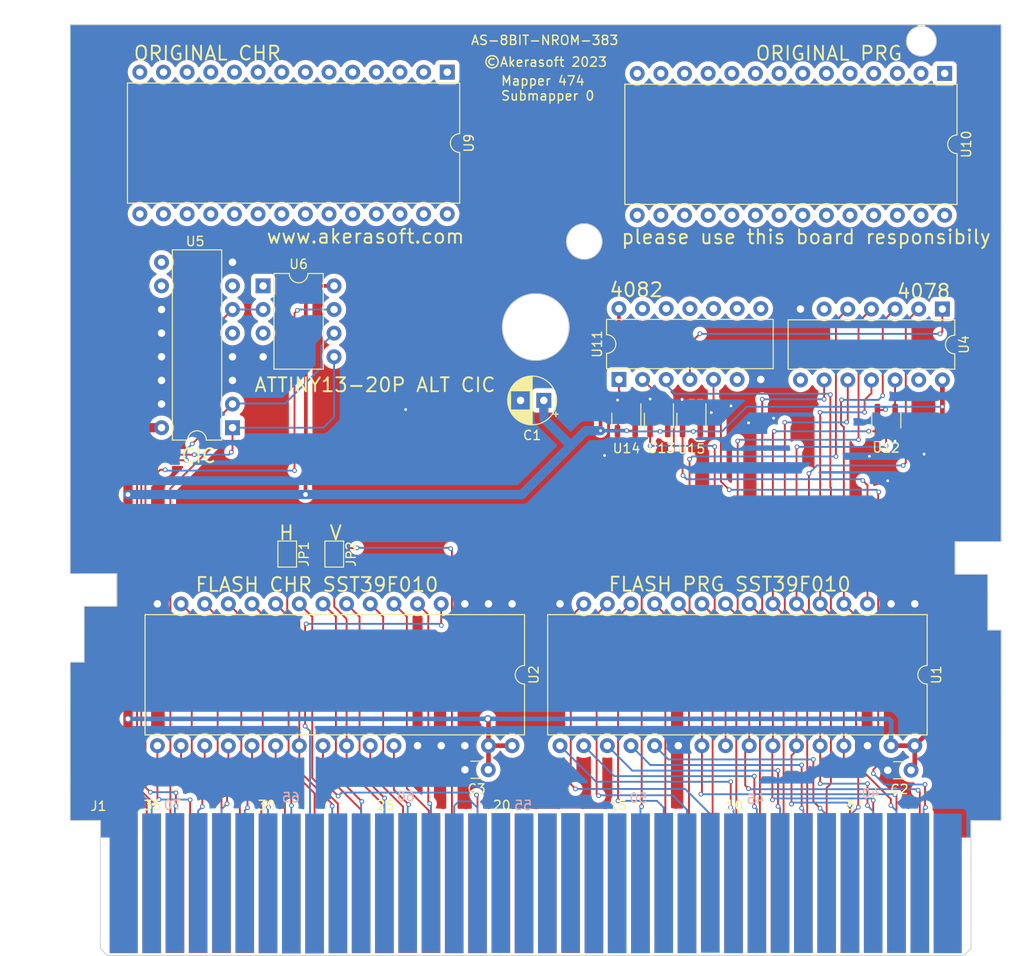
<source format=kicad_pcb>
(kicad_pcb (version 20221018) (generator pcbnew)
  (layers (0 "F.Cu" signal) (31 "B.Cu" signal) (34 "B.Paste" user) (35 "F.Paste" user) (36 "B.SilkS" user "B.Silkscreen") (37 "F.SilkS" user "F.Silkscreen") (38 "B.Mask" user) (39 "F.Mask" user) (44 "Edge.Cuts" user))
  (net 0 "")
  (net 2 "/CIC_CLK")
  (net 4 "GND")
  (net 5 "/CIC_MB")
  (net 6 "/CIC_CART")
  (net 7 "/CIC_RST")
  (net 8 "VCC")
  (net 9 "/PRG_A15")
  (net 10 "/CPU_A12")
  (net 11 "/CPU_A7")
  (net 12 "/CPU_A6")
  (net 13 "/CPU_A5")
  (net 14 "/CPU_A4")
  (net 15 "/CPU_A3")
  (net 16 "/CPU_A2")
  (net 17 "/CPU_A1")
  (net 18 "/CPU_A0")
  (net 19 "/CPU_D0")
  (net 20 "/CPU_D1")
  (net 21 "/CPU_D2")
  (net 22 "/CPU_D3")
  (net 23 "/CPU_D4")
  (net 24 "/CPU_D5")
  (net 25 "/CPU_D6")
  (net 26 "/CPU_D7")
  (net 27 "/CPU_A10")
  (net 28 "/~{OE}")
  (net 29 "/CPU_A11")
  (net 30 "/CPU_A9")
  (net 31 "/CPU_A8")
  (net 32 "/CPU_A13")
  (net 33 "/CPU_A14")
  (net 34 "/PPU_A12")
  (net 35 "/PPU_A7")
  (net 36 "/PPU_A6")
  (net 37 "/PPU_A5")
  (net 38 "/PPU_A4")
  (net 39 "/PPU_A3")
  (net 40 "/PPU_A2")
  (net 41 "/PPU_A1")
  (net 42 "/PPU_A0")
  (net 43 "/PPU_D0")
  (net 44 "/PPU_D1")
  (net 45 "/PPU_D2")
  (net 46 "/PPU_D3")
  (net 47 "/PPU_D4")
  (net 48 "/PPU_D5")
  (net 49 "/PPU_D6")
  (net 50 "/PPU_D7")
  (net 51 "/PPU_A13")
  (net 52 "/PPU_A10")
  (net 53 "/PPU_~{RD}")
  (net 54 "/PPU_A11")
  (net 55 "/PPU_A9")
  (net 56 "/PPU_A8")
  (net 57 "/~{ROMSEL}")
  (net 58 "/CPU_OR_A5_TO_A13")
  (net 59 "/M2")
  (net 60 "/CPU_A5_OR_A6")
  (net 63 "/CIC_RESET")
  (net 66 "/CPU_R~{W}")
  (net 73 "/CIRAM_A10")
  (net 81 "Net-(J1-CIRAM_~{CE})")
  (net 138 "/ALTOE")
  (net 139 "/~{ALTOE}")
  (footprint "Capacitor_THT:C_Disc_D3.0mm_W1.6mm_P2.50mm" (layer "F.Cu") (at 142.85 127.77 180)
    (fp_text reference "C2")
    (fp_text value "0.1uF")
  )
  (footprint "Package_DIP:DIP-32_W15.24mm" (layer "F.Cu") (at 100.0067 109.89 -90)
    (fp_text reference "U2")
    (fp_text value "SST39SF010")
  )
  (footprint "Library:NES72PinEdgeConnector2" (layer "F.Cu") (at 55.5866 132.1286)
    (fp_text reference "J1")
    (fp_text value "NES72PinConnector")
    (fp_line (start -3.0508 1.0467) (end 0.2002 1.0431) (stroke (width 0.1)) (layer "Edge.Cuts"))
    (fp_line (start 0.1881 14.7894) (end 0.2002 1.0431) (stroke (width 0.1)) (layer "Edge.Cuts"))
    (fp_line (start 0.1881 14.7894) (end 0.9501 15.5514) (stroke (width 0.1)) (layer "Edge.Cuts"))
    (fp_line (start 0.9501 15.5514) (end 92.9485 15.5454) (stroke (width 0.1)) (layer "Edge.Cuts"))
    (fp_line (start 92.9485 15.5454) (end 93.6994 14.7954) (stroke (width 0.1)) (layer "Edge.Cuts"))
    (fp_line (start 93.698 1.0453) (end 93.6994 14.7954) (stroke (width 0.1)) (layer "Edge.Cuts"))
    (fp_line (start 93.698 1.0453) (end 96.9497 1.0453) (stroke (width 0.1)) (layer "Edge.Cuts"))
  )
  (footprint "Jumper:SolderJumper-2_P1.3mm_Open_Pad1.0x1.5mm" (layer "F.Cu") (at 80.9 104.54 -90)
    (fp_text reference "JP2")
    (fp_text value "V")
  )
  (footprint "Package_TO_SOT_SMD:SOT-23-5" (layer "F.Cu") (at 115.77 90.19 -90)
    (fp_text reference "U13")
    (fp_text value "74AHC1G32")
  )
  (footprint "Package_DIP:DIP-16_W7.62mm" (layer "F.Cu") (at 69.97 90.96 180)
    (fp_text reference "U5")
    (fp_text value "~")
  )
  (footprint "Capacitor_THT:CP_Radial_D5.0mm_P2.50mm" (layer "F.Cu") (at 103.405113 88.03 180)
    (fp_text reference "C1")
    (fp_text value "22uF ELECTROLITIC")
  )
  (footprint "Package_DIP:DIP-32_W15.24mm" (layer "F.Cu") (at 143.25 109.89 -90)
    (fp_text reference "U1")
    (fp_text value "SST39SF010")
  )
  (footprint "Package_DIP:DIP-14_W7.62mm" (layer "F.Cu") (at 146.215 78.21 -90)
    (fp_text reference "U4")
    (fp_text value "4078")
  )
  (footprint "Package_TO_SOT_SMD:SOT-23-5" (layer "F.Cu") (at 140.19 90.19 90)
    (fp_text reference "U12")
    (fp_text value "74AHC1G32")
  )
  (footprint "Capacitor_THT:C_Disc_D3.0mm_W1.6mm_P2.50mm" (layer "F.Cu") (at 97.44 127.72 180)
    (fp_text reference "C3")
    (fp_text value "0.1uF")
  )
  (footprint "Package_TO_SOT_SMD:SOT-23-5" (layer "F.Cu") (at 119.26 90.19 -90)
    (fp_text reference "U15")
    (fp_text value "74AHC1G04")
  )
  (footprint "Package_DIP:DIP-28_W15.24mm" (layer "F.Cu") (at 146.46 52.885 -90)
    (fp_text reference "U10")
    (fp_text value "MROM")
  )
  (footprint "Package_TO_SOT_SMD:SOT-23-5" (layer "F.Cu") (at 112.27 90.19 -90)
    (fp_text reference "U14")
    (fp_text value "74AHC1G04")
  )
  (footprint "Package_DIP:DIP-8_W7.62mm" (layer "F.Cu") (at 73.26 75.72)
    (fp_text reference "U6")
    (fp_text value "ATtiny13-20P")
  )
  (footprint "Jumper:SolderJumper-2_P1.3mm_Open_Pad1.0x1.5mm" (layer "F.Cu") (at 75.85 104.54 -90)
    (fp_text reference "JP1")
    (fp_text value "H")
  )
  (footprint "Package_DIP:DIP-28_W15.24mm" (layer "F.Cu") (at 93.04 52.755 -90)
    (fp_text reference "U9")
    (fp_text value "MROM")
  )
  (footprint "Package_DIP:DIP-14_W7.62mm" (layer "F.Cu") (at 111.475 85.78 90)
    (fp_text reference "U11")
    (fp_text value "4082")
  )
  (gr_line (start 152.5368 47.6449) (end 152.536 103.2051) (stroke (width 0.1)) (layer "Edge.Cuts"))
  (gr_line (start 57.5387 106.6459) (end 57.5388 110.1471) (stroke (width 0.1)) (layer "Edge.Cuts"))
  (gr_line (start 147.5821 103.2051) (end 152.536 103.2051) (stroke (width 0.1)) (layer "Edge.Cuts"))
  (gr_line (start 151.0836 112.7024) (end 152.5386 112.6997) (stroke (width 0.1)) (layer "Edge.Cuts"))
  (gr_line (start 147.5836 106.7034) (end 147.5821 103.2051) (stroke (width 0.1)) (layer "Edge.Cuts"))
  (gr_line (start 52.5376 47.6447) (end 152.5368 47.6449) (stroke (width 0.1)) (layer "Edge.Cuts"))
  (gr_circle (center 143.9597 49.419) (end 145.5613 49.419) (stroke (width 0.1)) (fill none) (layer "Edge.Cuts"))
  (gr_line (start 152.5363 133.1739) (end 152.5388 119.6494) (stroke (width 0.1)) (layer "Edge.Cuts"))
  (gr_line (start 152.5388 119.6494) (end 152.5386 112.6997) (stroke (width 0.1)) (layer "Edge.Cuts"))
  (gr_line (start 52.538 116.1433) (end 54.0388 116.146) (stroke (width 0.1)) (layer "Edge.Cuts"))
  (gr_line (start 54.0396 110.1462) (end 57.5388 110.1471) (stroke (width 0.1)) (layer "Edge.Cuts"))
  (gr_circle (center 107.7494 70.9483) (end 109.6544 70.9483) (stroke (width 0.1)) (fill none) (layer "Edge.Cuts"))
  (gr_line (start 54.0388 116.146) (end 54.0396 110.1462) (stroke (width 0.1)) (layer "Edge.Cuts"))
  (gr_circle (center 102.5366 80.1402) (end 106.1137 80.1402) (stroke (width 0.1)) (fill none) (layer "Edge.Cuts"))
  (gr_line (start 147.5836 106.7034) (end 151.0828 106.7025) (stroke (width 0.1)) (layer "Edge.Cuts"))
  (gr_line (start 52.5376 47.6447) (end 52.5391 106.6486) (stroke (width 0.1)) (layer "Edge.Cuts"))
  (gr_line (start 151.0828 106.7025) (end 151.0836 112.7024) (stroke (width 0.1)) (layer "Edge.Cuts"))
  (gr_line (start 52.5391 106.6486) (end 57.5387 106.6459) (stroke (width 0.1)) (layer "Edge.Cuts"))
  (gr_line (start 52.5358 133.1753) (end 52.538 116.1433) (stroke (width 0.1)) (layer "Edge.Cuts"))
  (gr_text "ORIGINAL CHR" (at 59.25 51.6) (layer "F.SilkS") (effects (font (size 1.5 1.5) (thickness 0.2)) (justify left bottom)))
  (gr_text "©Akerasoft 2023" (at 96.894474 52.2478) (layer "F.SilkS") (effects (font (size 1 1)) (justify left bottom)))
  (gr_text "CIC" (at 64.34 94.86) (layer "F.SilkS") (effects (font (size 1.5 1.5) (thickness 0.2)) (justify left bottom)))
  (gr_text "ORIGINAL PRG" (at 126.04 51.61) (layer "F.SilkS") (effects (font (size 1.5 1.5) (thickness 0.2)) (justify left bottom)))
  (gr_text "please use this board responsibily" (at 111.63 71.34) (layer "F.SilkS") (effects (font (size 1.5 1.5) (thickness 0.2)) (justify left bottom)))
  (gr_text "FLASH PRG SST39F010 " (at 110.24 108.66) (layer "F.SilkS") (effects (font (size 1.5 1.5) (thickness 0.2)) (justify left bottom)))
  (gr_text "AS-8BIT-NROM-383" (at 95.504 49.911) (layer "F.SilkS") (effects (font (size 1 1)) (justify left bottom)))
  (gr_text "ATTINY13-20P ALT CIC" (at 72.21 87.24) (layer "F.SilkS") (effects (font (size 1.5 1.5) (thickness 0.2)) (justify left bottom)))
  (gr_text "4082" (at 110.35 77.02) (layer "F.SilkS") (effects (font (size 1.5 1.5) (thickness 0.2)) (justify left bottom)))
  (gr_text "V" (at 80.29 103.14) (layer "F.SilkS") (effects (font (size 1.5 1.5) (thickness 0.2)) (justify left bottom)))
  (gr_text "FLASH CHR SST39F010 " (at 65.88 108.7) (layer "F.SilkS") (effects (font (size 1.5 1.5) (thickness 0.2)) (justify left bottom)))
  (gr_text "www.akerasoft.com" (at 73.52 71.28) (layer "F.SilkS") (effects (font (size 1.5 1.5) (thickness 0.2)) (justify left bottom)))
  (gr_text "Mapper 474\nSubmapper 0" (at 98.7298 55.88) (layer "F.SilkS") (effects (font (size 1 1)) (justify left bottom)))
  (gr_text "H" (at 74.85 103.14) (layer "F.SilkS") (effects (font (size 1.5 1.5) (thickness 0.2)) (justify left bottom)))
  (gr_text "4078" (at 141.21 77.18) (layer "F.SilkS") (effects (font (size 1.5 1.5) (thickness 0.2)) (justify left bottom)))
  (segment (start 61.41 131.233604) (end 60.228198 130.051802) (width 0.2) (layer "F.Cu") (net 2))
  (segment (start 60.17 129.993604) (end 60.17 96.866396) (width 0.2) (layer "F.Cu") (net 2))
  (segment (start 67.12 91.23) (end 65.65 92.7) (width 0.2) (layer "F.Cu") (net 2))
  (segment (start 60.17 96.866396) (end 62.576896 94.4595) (width 0.2) (layer "F.Cu") (net 2))
  (segment (start 62.576896 94.4595) (end 65.02 94.4595) (width 0.2) (layer "F.Cu") (net 2))
  (segment (start 60.228198 130.051802) (end 60.17 129.993604) (width 0.2) (layer "F.Cu") (net 2))
  (segment (start 69.97 78.26) (end 67.12 81.11) (width 0.2) (layer "F.Cu") (net 2))
  (segment (start 67.12 81.11) (end 67.12 91.23) (width 0.2) (layer "F.Cu") (net 2))
  (segment (start 61.41 131.44) (end 61.41 131.233604) (width 0.2) (layer "F.Cu") (net 2))
  (via (at 65.02 94.4595) (size 0.5) (drill 0.3) (layers "F.Cu" "B.Cu") (net 2))
  (via (at 65.65 92.7) (size 0.5) (drill 0.3) (layers "F.Cu" "B.Cu") (net 2))
  (via (at 61.41 131.44) (size 0.5) (drill 0.3) (layers "F.Cu" "B.Cu") (net 2))
  (segment (start 65.02 94.4595) (end 65.02 93.33) (width 0.2) (layer "B.Cu") (net 2))
  (segment (start 69.97 78.26) (end 73.26 78.26) (width 0.2) (layer "B.Cu") (net 2))
  (segment (start 65.02 93.33) (end 65.65 92.7) (width 0.2) (layer "B.Cu") (net 2))
  (segment (start 61.2866 139.9036) (end 61.2866 131.5634) (width 0.2) (layer "B.Cu") (net 2))
  (segment (start 61.2866 131.5634) (end 61.41 131.44) (width 0.2) (layer "B.Cu") (net 2))
  (segment (start 111.32 89.0525) (end 111.32 88) (width 0.2) (layer "F.Cu") (net 4))
  (segment (start 118.31 87.98) (end 118.26 87.93) (width 0.2) (layer "F.Cu") (net 4))
  (segment (start 114.82 89.0525) (end 114.82 87.89) (width 0.2) (layer "F.Cu") (net 4))
  (segment (start 118.31 89.0525) (end 118.31 87.98) (width 0.2) (layer "F.Cu") (net 4))
  (segment (start 141.14 91.3275) (end 141.14 92.39) (width 0.2) (layer "F.Cu") (net 4))
  (segment (start 141.14 92.39) (end 141.13 92.4) (width 0.2) (layer "F.Cu") (net 4))
  (segment (start 114.82 87.89) (end 114.83 87.88) (width 0.2) (layer "F.Cu") (net 4))
  (segment (start 111.32 88) (end 111.33 87.99) (width 0.2) (layer "F.Cu") (net 4))
  (via (at 141.13 92.4) (size 0.5) (drill 0.3) (layers "F.Cu" "B.Cu") (net 4))
  (via (at 121.4 89.34) (size 0.5) (drill 0.3) (layers "F.Cu" "B.Cu") (net 4))
  (via (at 144.25 93.8) (size 0.5) (drill 0.3) (layers "F.Cu" "B.Cu") (net 4))
  (via (at 118.26 87.93) (size 0.5) (drill 0.3) (layers "F.Cu" "B.Cu") (net 4))
  (via (at 128.09 89.94) (size 0.5) (drill 0.3) (layers "F.Cu" "B.Cu") (net 4))
  (via (at 125.4 90.44) (size 0.5) (drill 0.3) (layers "F.Cu" "B.Cu") (net 4))
  (via (at 88.57 89.01) (size 0.5) (drill 0.3) (layers "F.Cu" "B.Cu") (net 4))
  (via (at 138.38 94.03) (size 0.5) (drill 0.3) (layers "F.Cu" "B.Cu") (net 4))
  (via (at 111.33 87.99) (size 0.5) (drill 0.3) (layers "F.Cu" "B.Cu") (net 4))
  (via (at 123.51 88.62) (size 0.5) (drill 0.3) (layers "F.Cu" "B.Cu") (net 4))
  (via (at 140.35 96.67) (size 0.5) (drill 0.3) (layers "F.Cu" "B.Cu") (net 4))
  (via (at 109.93 93.95) (size 0.5) (drill 0.3) (layers "F.Cu" "B.Cu") (net 4))
  (via (at 114.83 87.88) (size 0.5) (drill 0.3) (layers "F.Cu" "B.Cu") (net 4))
  (segment (start 73.74 83.42) (end 69.97 83.42) (width 0.2) (layer "B.Cu") (net 4))
  (segment (start 69.97 93.46) (end 69.97 90.96) (width 0.2) (layer "F.Cu") (net 5))
  (segment (start 69.84 93.59) (end 69.97 93.46) (width 0.2) (layer "F.Cu") (net 5))
  (segment (start 60.7567 139.3987) (end 60.7567 131.2167) (width 0.2) (layer "F.Cu") (net 5))
  (segment (start 59.72 130.18) (end 59.72 96.68) (width 0.2) (layer "F.Cu") (net 5))
  (segment (start 60.7567 131.2167) (end 59.72 130.18) (width 0.2) (layer "F.Cu") (net 5))
  (segment (start 62.54 93.86) (end 65.87 93.86) (width 0.2) (layer "F.Cu") (net 5))
  (segment (start 59.72 96.68) (end 62.54 93.86) (width 0.2) (layer "F.Cu") (net 5))
  (via (at 69.84 93.59) (size 0.5) (drill 0.3) (layers "F.Cu" "B.Cu") (net 5))
  (via (at 65.87 93.86) (size 0.5) (drill 0.3) (layers "F.Cu" "B.Cu") (net 5))
  (segment (start 69.57 93.86) (end 69.84 93.59) (width 0.2) (layer "B.Cu") (net 5))
  (segment (start 80.88 89.82) (end 79.74 90.96) (width 0.2) (layer "B.Cu") (net 5))
  (segment (start 80.88 83.34) (end 80.88 89.82) (width 0.2) (layer "B.Cu") (net 5))
  (segment (start 79.74 90.96) (end 69.97 90.96) (width 0.2) (layer "B.Cu") (net 5))
  (segment (start 65.87 93.86) (end 69.57 93.86) (width 0.2) (layer "B.Cu") (net 5))
  (segment (start 63.2967 139.4137) (end 63.2967 97.5033) (width 0.2) (layer "F.Cu") (net 6))
  (segment (start 68.26 92.54) (end 68.26 90.13) (width 0.2) (layer "F.Cu") (net 6))
  (segment (start 68.26 90.13) (end 69.97 88.42) (width 0.2) (layer "F.Cu") (net 6))
  (segment (start 63.2967 97.5033) (end 68.26 92.54) (width 0.2) (layer "F.Cu") (net 6))
  (segment (start 80.88 80.8) (end 79.51 82.17) (width 0.2) (layer "B.Cu") (net 6))
  (segment (start 70.03 88.36) (end 75.62 88.36) (width 0.2) (layer "B.Cu") (net 6))
  (segment (start 79.51 82.17) (end 79.51 84.47) (width 0.2) (layer "B.Cu") (net 6))
  (segment (start 79.51 84.47) (end 75.62 88.36) (width 0.2) (layer "B.Cu") (net 6))
  (segment (start 76.63 95.57) (end 76.63 78.66) (width 0.2) (layer "F.Cu") (net 7))
  (segment (start 60.62 97.07) (end 60.62 129.595782) (width 0.2) (layer "F.Cu") (net 7))
  (segment (start 76.63 78.66) (end 76.94 78.35) (width 0.2) (layer "F.Cu") (net 7))
  (segment (start 62.73 95.48) (end 62.21 95.48) (width 0.2) (layer "F.Cu") (net 7))
  (segment (start 63.8962 130.21) (end 63.8962 131.63) (width 0.2) (layer "F.Cu") (net 7))
  (segment (start 60.62 129.595782) (end 61.152109 130.127891) (width 0.2) (layer "F.Cu") (net 7))
  (segment (start 62.21 95.48) (end 60.62 97.07) (width 0.2) (layer "F.Cu") (net 7))
  (via (at 62.73 95.48) (size 0.5) (drill 0.3) (layers "F.Cu" "B.Cu") (net 7))
  (via (at 63.8962 131.63) (size 0.5) (drill 0.3) (layers "F.Cu" "B.Cu") (net 7))
  (via (at 63.8962 130.21) (size 0.5) (drill 0.3) (layers "F.Cu" "B.Cu") (net 7))
  (via (at 76.94 78.35) (size 0.5) (drill 0.3) (layers "F.Cu" "B.Cu") (net 7))
  (via (at 76.63 95.57) (size 0.5) (drill 0.3) (layers "F.Cu" "B.Cu") (net 7))
  (via (at 61.152109 130.127891) (size 0.5) (drill 0.3) (layers "F.Cu" "B.Cu") (net 7))
  (segment (start 61.152109 130.127891) (end 63.814091 130.127891) (width 0.2) (layer "B.Cu") (net 7))
  (segment (start 77.03 78.26) (end 80.88 78.26) (width 0.2) (layer "B.Cu") (net 7))
  (segment (start 76.94 78.35) (end 77.03 78.26) (width 0.2) (layer "B.Cu") (net 7))
  (segment (start 62.82 95.57) (end 62.73 95.48) (width 0.2) (layer "B.Cu") (net 7))
  (segment (start 76.63 95.57) (end 62.82 95.57) (width 0.2) (layer "B.Cu") (net 7))
  (segment (start 63.7866 139.8786) (end 63.7866 131.7396) (width 0.2) (layer "B.Cu") (net 7))
  (segment (start 63.814091 130.127891) (end 63.8962 130.21) (width 0.2) (layer "B.Cu") (net 7))
  (segment (start 63.7866 131.7396) (end 63.8962 131.63) (width 0.2) (layer "B.Cu") (net 7))
  (segment (start 58.75 98.14) (end 58.75 122.25) (width 1) (layer "F.Cu") (net 8))
  (segment (start 58.75 122.25) (end 58.75 128.89) (width 1) (layer "F.Cu") (net 8))
  (segment (start 146.215 86.7) (end 146.215 122.165) (width 0.5) (layer "F.Cu") (net 8))
  (segment (start 140.71 125.13) (end 143.25 125.13) (width 0.5) (layer "F.Cu") (net 8))
  (segment (start 58.2866 129.3534) (end 58.2866 139.9286) (width 1) (layer "F.Cu") (net 8))
  (segment (start 115.9425 91.3275) (end 115.91 91.36) (width 0.2) (layer "F.Cu") (net 8))
  (segment (start 60.3 90.96) (end 58.75 92.51) (width 1) (layer "F.Cu") (net 8))
  (segment (start 146.215 85.83) (end 146.215 88.7) (width 0.5) (layer "F.Cu") (net 8))
  (segment (start 78.98 75.72) (end 77.81 76.89) (width 0.4) (layer "F.Cu") (net 8))
  (segment (start 77.85 96.1) (end 77.81 96.14) (width 0.4) (layer "F.Cu") (net 8))
  (segment (start 58.75 128.89) (end 58.2866 129.3534) (width 1) (layer "F.Cu") (net 8))
  (segment (start 109.5 82.74) (end 111.475 80.765) (width 0.4) (layer "F.Cu") (net 8))
  (segment (start 140.0675 89.0525) (end 140.11 89.01) (width 0.2) (layer "F.Cu") (net 8))
  (segment (start 97.4667 125.13) (end 97.4667 127.6933) (width 0.5) (layer "F.Cu") (net 8))
  (segment (start 109.5 91.28) (end 109.5 82.74) (width 0.4) (layer "F.Cu") (net 8))
  (segment (start 143.25 127.37) (end 142.85 127.77) (width 0.5) (layer "F.Cu") (net 8))
  (segment (start 119.5025 91.3275) (end 119.47 91.36) (width 0.2) (layer "F.Cu") (net 8))
  (segment (start 97.4667 122.3267) (end 97.39 122.25) (width 0.5) (layer "F.Cu") (net 8))
  (segment (start 77.81 96.14) (end 77.81 98.14) (width 0.4) (layer "F.Cu") (net 8))
  (segment (start 120.21 91.3275) (end 119.5025 91.3275) (width 0.2) (layer "F.Cu") (net 8))
  (segment (start 111.475 80.765) (end 111.475 78.16) (width 0.4) (layer "F.Cu") (net 8))
  (segment (start 143.25 125.13) (end 143.25 127.37) (width 0.5) (layer "F.Cu") (net 8))
  (segment (start 112.31 91.28) (end 113.1725 91.28) (width 0.2) (layer "F.Cu") (net 8))
  (segment (start 77.85 76.93) (end 77.85 96.1) (width 0.4) (layer "F.Cu") (net 8))
  (segment (start 100.0067 125.13) (end 97.4667 125.13) (width 0.5) (layer "F.Cu") (net 8))
  (segment (start 62.35 90.96) (end 60.3 90.96) (width 1) (layer "F.Cu") (net 8))
  (segment (start 80.88 75.72) (end 78.98 75.72) (width 0.4) (layer "F.Cu") (net 8))
  (segment (start 146.215 122.165) (end 143.25 125.13) (width 0.5) (layer "F.Cu") (net 8))
  (segment (start 58.75 92.51) (end 58.75 98.14) (width 1) (layer "F.Cu") (net 8))
  (segment (start 139.24 89.0525) (end 140.0675 89.0525) (width 0.2) (layer "F.Cu") (net 8))
  (segment (start 77.81 76.89) (end 77.85 76.93) (width 0.4) (layer "F.Cu") (net 8))
  (segment (start 97.4667 125.13) (end 97.4667 122.3267) (width 0.5) (layer "F.Cu") (net 8))
  (segment (start 116.72 91.3275) (end 115.9425 91.3275) (width 0.2) (layer "F.Cu") (net 8))
  (via (at 77.81 98.14) (size 0.8) (drill 0.5) (layers "F.Cu" "B.Cu") (net 8))
  (via (at 58.75 98.14) (size 0.8) (drill 0.5) (layers "F.Cu" "B.Cu") (net 8))
  (via (at 115.91 91.36) (size 0.5) (drill 0.3) (layers "F.Cu" "B.Cu") (net 8))
  (via (at 119.47 91.36) (size 0.5) (drill 0.3) (layers "F.Cu" "B.Cu") (net 8))
  (via (at 146.215 88.7) (size 0.5) (drill 0.3) (layers "F.Cu" "B.Cu") (net 8))
  (via (at 58.75 122.25) (size 0.8) (drill 0.5) (layers "F.Cu" "B.Cu") (net 8))
  (via (at 112.31 91.28) (size 0.5) (drill 0.3) (layers "F.Cu" "B.Cu") (net 8))
  (via (at 97.39 122.25) (size 0.8) (drill 0.5) (layers "F.Cu" "B.Cu") (net 8))
  (via (at 140.11 89.01) (size 0.5) (drill 0.3) (layers "F.Cu" "B.Cu") (net 8))
  (via (at 109.5 91.28) (size 0.5) (drill 0.3) (layers "F.Cu" "B.Cu") (net 8))
  (segment (start 140.71 122.48) (end 140.71 125.13) (width 0.5) (layer "B.Cu") (net 8))
  (segment (start 115.91 91.36) (end 119.47 91.36) (width 0.2) (layer "B.Cu") (net 8))
  (segment (start 140.48 122.25) (end 140.71 122.48) (width 0.5) (layer "B.Cu") (net 8))
  (segment (start 103.405113 88.03) (end 103.405113 89.975113) (width 1) (layer "B.Cu") (net 8))
  (segment (start 139.7 88.71) (end 146.205 88.71) (width 0.2) (layer "B.Cu") (net 8))
  (segment (start 112.39 91.36) (end 112.31 91.28) (width 0.2) (layer "B.Cu") (net 8))
  (segment (start 115.91 91.36) (end 112.39 91.36) (width 0.2) (layer "B.Cu") (net 8))
  (segment (start 107.9 91.28) (end 106.305 92.875) (width 1) (layer "B.Cu") (net 8))
  (segment (start 125.2 88.71) (end 139.7 88.71) (width 0.2) (layer "B.Cu") (net 8))
  (segment (start 77.81 98.14) (end 58.75 98.14) (width 1) (layer "B.Cu") (net 8))
  (segment (start 103.405113 89.975113) (end 106.305 92.875) (width 1) (layer "B.Cu") (net 8))
  (segment (start 146.205 88.71) (end 146.215 88.7) (width 0.2) (layer "B.Cu") (net 8))
  (segment (start 109.5 91.28) (end 112.31 91.28) (width 0.4) (layer "B.Cu") (net 8))
  (segment (start 122.55 91.36) (end 125.2 88.71) (width 0.2) (layer "B.Cu") (net 8))
  (segment (start 101.04 98.14) (end 77.81 98.14) (width 1) (layer "B.Cu") (net 8))
  (segment (start 97.39 122.25) (end 58.75 122.25) (width 0.5) (layer "B.Cu") (net 8))
  (segment (start 109.5 91.28) (end 107.9 91.28) (width 1) (layer "B.Cu") (net 8))
  (segment (start 139.7 88.71) (end 139.81 88.71) (width 0.2) (layer "B.Cu") (net 8))
  (segment (start 106.305 92.875) (end 101.04 98.14) (width 1) (layer "B.Cu") (net 8))
  (segment (start 97.39 122.25) (end 140.48 122.25) (width 0.5) (layer "B.Cu") (net 8))
  (segment (start 119.47 91.36) (end 122.55 91.36) (width 0.2) (layer "B.Cu") (net 8))
  (segment (start 139.81 88.71) (end 140.11 89.01) (width 0.2) (layer "B.Cu") (net 8))
  (segment (start 118.31 91.3275) (end 118.31 96.05) (width 0.2) (layer "F.Cu") (net 9))
  (segment (start 138.17 97.14) (end 138.17 109.89) (width 0.2) (layer "F.Cu") (net 9))
  (segment (start 137.67 96.64) (end 138.17 97.14) (width 0.2) (layer "F.Cu") (net 9))
  (segment (start 118.31 96.05) (end 118.36 96.1) (width 0.2) (layer "F.Cu") (net 9))
  (via (at 118.36 96.1) (size 0.5) (drill 0.3) (layers "F.Cu" "B.Cu") (net 9))
  (via (at 137.67 96.64) (size 0.5) (drill 0.3) (layers "F.Cu" "B.Cu") (net 9))
  (segment (start 118.76 96.5) (end 137.53 96.5) (width 0.2) (layer "B.Cu") (net 9))
  (segment (start 137.53 96.5) (end 137.67 96.64) (width 0.2) (layer "B.Cu") (net 9))
  (segment (start 118.36 96.1) (end 118.76 96.5) (width 0.2) (layer "B.Cu") (net 9))
  (segment (start 136.94 111.2) (end 135.63 109.89) (width 0.2) (layer "F.Cu") (net 10))
  (segment (start 135.63 90.908529) (end 135.33 90.608529) (width 0.2) (layer "F.Cu") (net 10))
  (segment (start 140.6871 131.55) (end 140.6871 130.879071) (width 0.2) (layer "F.Cu") (net 10))
  (segment (start 135.33 88.03) (end 135.39 87.97) (width 0.2) (layer "F.Cu") (net 10))
  (segment (start 136.94 127.131971) (end 136.94 111.2) (width 0.2) (layer "F.Cu") (net 10))
  (segment (start 139.81 87.51) (end 139.81 79.535) (width 0.2) (layer "F.Cu") (net 10))
  (segment (start 139.81 79.535) (end 141.135 78.21) (width 0.2) (layer "F.Cu") (net 10))
  (segment (start 135.33 90.608529) (end 135.33 88.03) (width 0.2) (layer "F.Cu") (net 10))
  (segment (start 135.63 90.908529) (end 135.63 109.89) (width 0.2) (layer "F.Cu") (net 10))
  (segment (start 140.6871 130.879071) (end 136.94 127.131971) (width 0.2) (layer "F.Cu") (net 10))
  (via (at 139.81 87.51) (size 0.5) (drill 0.3) (layers "F.Cu" "B.Cu") (net 10))
  (via (at 135.39 87.97) (size 0.5) (drill 0.3) (layers "F.Cu" "B.Cu") (net 10))
  (via (at 140.6871 131.55) (size 0.5) (drill 0.3) (layers "F.Cu" "B.Cu") (net 10))
  (segment (start 141.2866 132.1495) (end 140.6871 131.55) (width 0.2) (layer "B.Cu") (net 10))
  (segment (start 135.39 87.97) (end 139.35 87.97) (width 0.2) (layer "B.Cu") (net 10))
  (segment (start 139.35 87.97) (end 139.81 87.51) (width 0.2) (layer "B.Cu") (net 10))
  (segment (start 141.2866 139.9036) (end 141.2866 132.1495) (width 0.2) (layer "B.Cu") (net 10))
  (segment (start 137.86 87.99) (end 137.86 89.31) (width 0.2) (layer "F.Cu") (net 11))
  (segment (start 138.595 85.83) (end 138.595 87.255) (width 0.2) (layer "F.Cu") (net 11))
  (segment (start 133.08 89.31) (end 133.09 89.32) (width 0.2) (layer "F.Cu") (net 11))
  (segment (start 134.24 111.04) (end 134.24 129.2) (width 0.2) (layer "F.Cu") (net 11))
  (segment (start 133.09 89.32) (end 133.09 109.89) (width 0.2) (layer "F.Cu") (net 11))
  (segment (start 134.24 129.2) (end 133.7866 129.6534) (width 0.2) (layer "F.Cu") (net 11))
  (segment (start 137.86 87.99) (end 138.595 87.255) (width 0.2) (layer "F.Cu") (net 11))
  (segment (start 134.24 111.04) (end 133.09 109.89) (width 0.2) (layer "F.Cu") (net 11))
  (segment (start 133.7866 129.6534) (end 133.7866 139.8786) (width 0.2) (layer "F.Cu") (net 11))
  (via (at 137.86 89.31) (size 0.5) (drill 0.3) (layers "F.Cu" "B.Cu") (net 11))
  (via (at 133.08 89.31) (size 0.5) (drill 0.3) (layers "F.Cu" "B.Cu") (net 11))
  (segment (start 137.86 89.31) (end 133.08 89.31) (width 0.2) (layer "B.Cu") (net 11))
  (segment (start 130.55 109.89) (end 131.7 111.04) (width 0.2) (layer "F.Cu") (net 12))
  (segment (start 130.55 93.07) (end 130.55 109.89) (width 0.2) (layer "F.Cu") (net 12))
  (segment (start 130.6 93.02) (end 130.55 93.07) (width 0.2) (layer "F.Cu") (net 12))
  (segment (start 131.7 111.04) (end 131.7 139.4652) (width 0.2) (layer "F.Cu") (net 12))
  (segment (start 140.17 92.91) (end 140.17 91.3475) (width 0.2) (layer "F.Cu") (net 12))
  (via (at 140.17 92.91) (size 0.5) (drill 0.3) (layers "F.Cu" "B.Cu") (net 12))
  (via (at 130.6 93.02) (size 0.5) (drill 0.3) (layers "F.Cu" "B.Cu") (net 12))
  (segment (start 140.06 93.02) (end 140.17 92.91) (width 0.2) (layer "B.Cu") (net 12))
  (segment (start 130.6 93.02) (end 140.06 93.02) (width 0.2) (layer "B.Cu") (net 12))
  (segment (start 129.16 111.04) (end 129.16 139.5052) (width 0.2) (layer "F.Cu") (net 13))
  (segment (start 128.01 109.89) (end 129.16 111.04) (width 0.2) (layer "F.Cu") (net 13))
  (segment (start 128.01 91.5) (end 128.01 109.89) (width 0.2) (layer "F.Cu") (net 13))
  (segment (start 138.3 91.34) (end 139.2275 91.34) (width 0.2) (layer "F.Cu") (net 13))
  (segment (start 128.16 91.35) (end 128.01 91.5) (width 0.2) (layer "F.Cu") (net 13))
  (via (at 138.3 91.34) (size 0.5) (drill 0.3) (layers "F.Cu" "B.Cu") (net 13))
  (via (at 128.16 91.35) (size 0.5) (drill 0.3) (layers "F.Cu" "B.Cu") (net 13))
  (segment (start 128.16 91.35) (end 138.29 91.35) (width 0.2) (layer "B.Cu") (net 13))
  (segment (start 138.29 91.35) (end 138.3 91.34) (width 0.2) (layer "B.Cu") (net 13))
  (segment (start 126.62 111.04) (end 126.62 139.5452) (width 0.2) (layer "F.Cu") (net 14))
  (segment (start 125.47 109.89) (end 126.62 111.04) (width 0.2) (layer "F.Cu") (net 14))
  (segment (start 122.93 109.89) (end 124.08 111.04) (width 0.2) (layer "F.Cu") (net 15))
  (segment (start 124.08 111.04) (end 124.08 139.6102) (width 0.2) (layer "F.Cu") (net 15))
  (segment (start 121.54 111.04) (end 121.54 139.6002) (width 0.2) (layer "F.Cu") (net 16))
  (segment (start 120.39 109.89) (end 121.54 111.04) (width 0.2) (layer "F.Cu") (net 16))
  (segment (start 117.85 109.89) (end 119 111.04) (width 0.2) (layer "F.Cu") (net 17))
  (segment (start 119 111.04) (end 119 139.6902) (width 0.2) (layer "F.Cu") (net 17))
  (segment (start 115.31 109.89) (end 116.46 111.04) (width 0.2) (layer "F.Cu") (net 18))
  (segment (start 116.46 111.04) (end 116.46 139.7052) (width 0.2) (layer "F.Cu") (net 18))
  (segment (start 112.77 109.89) (end 111.38 111.28) (width 0.2) (layer "F.Cu") (net 19))
  (segment (start 111.38 111.28) (end 111.38 131.06) (width 0.2) (layer "F.Cu") (net 19))
  (via (at 111.38 131.06) (size 0.5) (drill 0.3) (layers "F.Cu" "B.Cu") (net 19))
  (segment (start 115.56 131.06) (end 116.2866 131.7866) (width 0.2) (layer "B.Cu") (net 19))
  (segment (start 111.38 131.06) (end 115.56 131.06) (width 0.2) (layer "B.Cu") (net 19))
  (segment (start 116.2866 131.7866) (end 116.2866 139.9036) (width 0.2) (layer "B.Cu") (net 19))
  (segment (start 110.23 109.89) (end 109.08 111.04) (width 0.2) (layer "F.Cu") (net 20))
  (segment (start 109.08 130.3) (end 109.29 130.51) (width 0.2) (layer "F.Cu") (net 20))
  (segment (start 109.08 111.04) (end 109.08 130.3) (width 0.2) (layer "F.Cu") (net 20))
  (via (at 109.29 130.51) (size 0.5) (drill 0.3) (layers "F.Cu" "B.Cu") (net 20))
  (segment (start 109.34 130.46) (end 117.26 130.46) (width 0.2) (layer "B.Cu") (net 20))
  (segment (start 118.35 131.55) (end 118.35 131.58) (width 0.2) (layer "B.Cu") (net 20))
  (segment (start 117.26 130.46) (end 118.35 131.55) (width 0.2) (layer "B.Cu") (net 20))
  (segment (start 118.35 131.58) (end 118.7866 132.0166) (width 0.2) (layer "B.Cu") (net 20))
  (segment (start 109.29 130.51) (end 109.34 130.46) (width 0.2) (layer "B.Cu") (net 20))
  (segment (start 118.7866 132.0166) (end 118.7866 139.9286) (width 0.2) (layer "B.Cu") (net 20))
  (segment (start 106.3 129.27) (end 106.81 129.78) (width 0.2) (layer "F.Cu") (net 21))
  (segment (start 107.69 109.89) (end 106.3 111.28) (width 0.2) (layer "F.Cu") (net 21))
  (segment (start 106.3 111.28) (end 106.3 129.27) (width 0.2) (layer "F.Cu") (net 21))
  (via (at 106.81 129.78) (size 0.5) (drill 0.3) (layers "F.Cu" "B.Cu") (net 21))
  (segment (start 118.59 129.78) (end 121.2866 132.4766) (width 0.2) (layer "B.Cu") (net 21))
  (segment (start 106.81 129.78) (end 118.59 129.78) (width 0.2) (layer "B.Cu") (net 21))
  (segment (start 123.4805 131.77) (end 123.4805 129.008) (width 0.2) (layer "F.Cu") (net 22))
  (via (at 123.4805 131.77) (size 0.5) (drill 0.3) (layers "F.Cu" "B.Cu") (net 22))
  (via (at 123.4805 129.008) (size 0.5) (drill 0.3) (layers "F.Cu" "B.Cu") (net 22))
  (segment (start 109.028 129.008) (end 105.15 125.13) (width 0.2) (layer "B.Cu") (net 22))
  (segment (start 123.7866 132.0761) (end 123.4805 131.77) (width 0.2) (layer "B.Cu") (net 22))
  (segment (start 123.7866 139.9286) (end 123.7866 132.0761) (width 0.2) (layer "B.Cu") (net 22))
  (segment (start 123.4805 129.008) (end 109.028 129.008) (width 0.2) (layer "B.Cu") (net 22))
  (segment (start 126.0205 131.67) (end 126.0205 128.4085) (width 0.2) (layer "F.Cu") (net 23))
  (via (at 126.0205 128.4085) (size 0.5) (drill 0.3) (layers "F.Cu" "B.Cu") (net 23))
  (via (at 126.0205 131.67) (size 0.5) (drill 0.3) (layers "F.Cu" "B.Cu") (net 23))
  (segment (start 126.2866 131.9361) (end 126.0205 131.67) (width 0.2) (layer "B.Cu") (net 23))
  (segment (start 110.9685 128.4085) (end 107.69 125.13) (width 0.2) (layer "B.Cu") (net 23))
  (segment (start 126.2866 139.9036) (end 126.2866 131.9361) (width 0.2) (layer "B.Cu") (net 23))
  (segment (start 126.0205 128.4085) (end 110.9685 128.4085) (width 0.2) (layer "B.Cu") (net 23))
  (segment (start 128.5605 127.8195) (end 128.55 127.809) (width 0.2) (layer "F.Cu") (net 24))
  (segment (start 128.5605 131.65) (end 128.5605 127.8195) (width 0.2) (layer "F.Cu") (net 24))
  (via (at 128.5605 131.65) (size 0.5) (drill 0.3) (layers "F.Cu" "B.Cu") (net 24))
  (via (at 128.55 127.809) (size 0.5) (drill 0.3) (layers "F.Cu" "B.Cu") (net 24))
  (segment (start 128.7866 131.8761) (end 128.5605 131.65) (width 0.2) (layer "B.Cu") (net 24))
  (segment (start 112.909 127.809) (end 110.23 125.13) (width 0.2) (layer "B.Cu") (net 24))
  (segment (start 128.55 127.809) (end 112.909 127.809) (width 0.2) (layer "B.Cu") (net 24))
  (segment (start 128.7866 139.9036) (end 128.7866 131.8761) (width 0.2) (layer "B.Cu") (net 24))
  (segment (start 131.1 131.8495) (end 131.1 127.2095) (width 0.2) (layer "F.Cu") (net 25))
  (via (at 131.1 131.8495) (size 0.5) (drill 0.3) (layers "F.Cu" "B.Cu") (net 25))
  (via (at 131.1 127.2095) (size 0.5) (drill 0.3) (layers "F.Cu" "B.Cu") (net 25))
  (segment (start 114.8495 127.2095) (end 112.77 125.13) (width 0.2) (layer "B.Cu") (net 25))
  (segment (start 131.2866 139.9036) (end 131.2866 132.0361) (width 0.2) (layer "B.Cu") (net 25))
  (segment (start 131.1 127.2095) (end 114.8495 127.2095) (width 0.2) (layer "B.Cu") (net 25))
  (segment (start 131.2866 132.0361) (end 131.1 131.8495) (width 0.2) (layer "B.Cu") (net 25))
  (segment (start 133.08 131.8495) (end 132.36 131.1295) (width 0.2) (layer "F.Cu") (net 26))
  (segment (start 132.36 131.1295) (end 132.36 126.61) (width 0.2) (layer "F.Cu") (net 26))
  (via (at 133.08 131.8495) (size 0.5) (drill 0.3) (layers "F.Cu" "B.Cu") (net 26))
  (via (at 132.36 126.61) (size 0.5) (drill 0.3) (layers "F.Cu" "B.Cu") (net 26))
  (segment (start 115.31 125.13) (end 116.79 126.61) (width 0.2) (layer "B.Cu") (net 26))
  (segment (start 133.7866 132.5561) (end 133.08 131.8495) (width 0.2) (layer "B.Cu") (net 26))
  (segment (start 116.79 126.61) (end 132.36 126.61) (width 0.2) (layer "B.Cu") (net 26))
  (segment (start 120.39 130.23) (end 120.39 125.13) (width 0.2) (layer "F.Cu") (net 27))
  (segment (start 141.2866 130.5766) (end 141.12 130.41) (width 0.2) (layer "F.Cu") (net 27))
  (segment (start 120.39 111.793604) (end 120.39 125.13) (width 0.2) (layer "F.Cu") (net 27))
  (segment (start 136.055 78.21) (end 134.78 79.485) (width 0.2) (layer "F.Cu") (net 27))
  (segment (start 119.06 94.34) (end 119.06 110.463604) (width 0.2) (layer "F.Cu") (net 27))
  (segment (start 119.06 110.463604) (end 120.39 111.793604) (width 0.2) (layer "F.Cu") (net 27))
  (segment (start 120.28 130.34) (end 120.39 130.23) (width 0.2) (layer "F.Cu") (net 27))
  (segment (start 141.2866 139.8786) (end 141.2866 130.5766) (width 0.2) (layer "F.Cu") (net 27))
  (segment (start 134.78 79.485) (end 134.78 94.05) (width 0.2) (layer "F.Cu") (net 27))
  (via (at 120.28 130.34) (size 0.5) (drill 0.3) (layers "F.Cu" "B.Cu") (net 27))
  (via (at 141.12 130.41) (size 0.5) (drill 0.3) (layers "F.Cu" "B.Cu") (net 27))
  (via (at 119.06 94.34) (size 0.5) (drill 0.3) (layers "F.Cu" "B.Cu") (net 27))
  (via (at 134.78 94.05) (size 0.5) (drill 0.3) (layers "F.Cu" "B.Cu") (net 27))
  (segment (start 134.78 94.05) (end 119.35 94.05) (width 0.2) (layer "B.Cu") (net 27))
  (segment (start 141.06 130.35) (end 120.29 130.35) (width 0.2) (layer "B.Cu") (net 27))
  (segment (start 120.29 130.35) (end 120.28 130.34) (width 0.2) (layer "B.Cu") (net 27))
  (segment (start 141.12 130.41) (end 141.06 130.35) (width 0.2) (layer "B.Cu") (net 27))
  (segment (start 119.35 94.05) (end 119.06 94.34) (width 0.2) (layer "B.Cu") (net 27))
  (segment (start 121.76 93) (end 121.76 110.623604) (width 0.2) (layer "F.Cu") (net 28))
  (segment (start 114.82 92.9) (end 114.83 92.91) (width 0.2) (layer "F.Cu") (net 28))
  (segment (start 122.93 111.793604) (end 122.93 125.13) (width 0.2) (layer "F.Cu") (net 28))
  (segment (start 114.82 91.3275) (end 114.82 92.9) (width 0.2) (layer "F.Cu") (net 28))
  (segment (start 121.76 110.623604) (end 122.93 111.793604) (width 0.2) (layer "F.Cu") (net 28))
  (via (at 121.76 93) (size 0.5) (drill 0.3) (layers "F.Cu" "B.Cu") (net 28))
  (via (at 114.83 92.91) (size 0.5) (drill 0.3) (layers "F.Cu" "B.Cu") (net 28))
  (segment (start 121.67 92.91) (end 121.76 93) (width 0.2) (layer "B.Cu") (net 28))
  (segment (start 114.83 92.91) (end 121.67 92.91) (width 0.2) (layer "B.Cu") (net 28))
  (segment (start 124.23 110.553604) (end 125.47 111.793604) (width 0.2) (layer "F.Cu") (net 29))
  (segment (start 143.7866 139.8786) (end 143.7866 130.1066) (width 0.2) (layer "F.Cu") (net 29))
  (segment (start 137.21 79.595) (end 137.21 92.25) (width 0.2) (layer "F.Cu") (net 29))
  (segment (start 125.47 111.793604) (end 125.47 125.13) (width 0.2) (layer "F.Cu") (net 29))
  (segment (start 124.23 92.39) (end 124.23 110.553604) (width 0.2) (layer "F.Cu") (net 29))
  (segment (start 125.04 125.56) (end 125.04 129.4005) (width 0.2) (layer "F.Cu") (net 29))
  (segment (start 143.7866 130.1066) (end 143.6 129.92) (width 0.2) (layer "F.Cu") (net 29))
  (segment (start 125.04 129.4005) (end 125.39 129.7505) (width 0.2) (layer "F.Cu") (net 29))
  (segment (start 138.595 78.21) (end 137.21 79.595) (width 0.2) (layer "F.Cu") (net 29))
  (via (at 137.21 92.25) (size 0.5) (drill 0.3) (layers "F.Cu" "B.Cu") (net 29))
  (via (at 124.23 92.39) (size 0.5) (drill 0.3) (layers "F.Cu" "B.Cu") (net 29))
  (via (at 143.6 129.92) (size 0.5) (drill 0.3) (layers "F.Cu" "B.Cu") (net 29))
  (via (at 125.39 129.7505) (size 0.5) (drill 0.3) (layers "F.Cu" "B.Cu") (net 29))
  (segment (start 137.21 92.25) (end 124.37 92.25) (width 0.2) (layer "B.Cu") (net 29))
  (segment (start 124.37 92.25) (end 124.23 92.39) (width 0.2) (layer "B.Cu") (net 29))
  (segment (start 125.4495 129.81) (end 125.39 129.7505) (width 0.2) (layer "B.Cu") (net 29))
  (segment (start 143.6 129.92) (end 143.49 129.81) (width 0.2) (layer "B.Cu") (net 29))
  (segment (start 143.49 129.81) (end 125.4495 129.81) (width 0.2) (layer "B.Cu") (net 29))
  (segment (start 138.7866 139.8786) (end 138.7866 131.0034) (width 0.2) (layer "F.Cu") (net 30))
  (segment (start 133.515 87.845) (end 133.515 85.83) (width 0.2) (layer "F.Cu") (net 30))
  (segment (start 138.7866 131.0034) (end 138.79 131) (width 0.2) (layer "F.Cu") (net 30))
  (segment (start 127.96 130.95) (end 127.95 130.94) (width 0.2) (layer "F.Cu") (net 30))
  (segment (start 126.87 87.91) (end 126.86 87.92) (width 0.2) (layer "F.Cu") (net 30))
  (segment (start 126.86 110.643604) (end 128.01 111.793604) (width 0.2) (layer "F.Cu") (net 30))
  (segment (start 128.01 111.793604) (end 128.01 125.13) (width 0.2) (layer "F.Cu") (net 30))
  (segment (start 126.86 87.92) (end 126.86 110.643604) (width 0.2) (layer "F.Cu") (net 30))
  (segment (start 133.515 87.845) (end 133.51 87.85) (width 0.2) (layer "F.Cu") (net 30))
  (segment (start 133.51 87.85) (end 133.51 87.9095) (width 0.2) (layer "F.Cu") (net 30))
  (segment (start 127.95 130.94) (end 127.95 125.19) (width 0.2) (layer "F.Cu") (net 30))
  (via (at 138.79 131) (size 0.5) (drill 0.3) (layers "F.Cu" "B.Cu") (net 30))
  (via (at 127.96 130.95) (size 0.5) (drill 0.3) (layers "F.Cu" "B.Cu") (net 30))
  (via (at 133.51 87.9095) (size 0.5) (drill 0.3) (layers "F.Cu" "B.Cu") (net 30))
  (via (at 126.87 87.91) (size 0.5) (drill 0.3) (layers "F.Cu" "B.Cu") (net 30))
  (segment (start 126.8705 87.9095) (end 126.87 87.91) (width 0.2) (layer "B.Cu") (net 30))
  (segment (start 138.59 130.8) (end 138.79 131) (width 0.2) (layer "B.Cu") (net 30))
  (segment (start 127.96 130.95) (end 127.96 130.91) (width 0.2) (layer "B.Cu") (net 30))
  (segment (start 127.96 130.91) (end 128.07 130.8) (width 0.2) (layer "B.Cu") (net 30))
  (segment (start 128.07 130.8) (end 138.59 130.8) (width 0.2) (layer "B.Cu") (net 30))
  (segment (start 133.51 87.9095) (end 126.8705 87.9095) (width 0.2) (layer "B.Cu") (net 30))
  (segment (start 136.055 90.235) (end 135.93 90.36) (width 0.2) (layer "F.Cu") (net 31))
  (segment (start 129.29 90.39) (end 129.29 110.533604) (width 0.2) (layer "F.Cu") (net 31))
  (segment (start 129.29 110.533604) (end 130.55 111.793604) (width 0.2) (layer "F.Cu") (net 31))
  (segment (start 136.2866 131.5666) (end 136.28 131.56) (width 0.2) (layer "F.Cu") (net 31))
  (segment (start 130.01 131.3995) (end 130.01 126.19) (width 0.2) (layer "F.Cu") (net 31))
  (segment (start 136.055 90.235) (end 136.055 85.83) (width 0.2) (layer "F.Cu") (net 31))
  (segment (start 136.2866 139.8786) (end 136.2866 131.5666) (width 0.2) (layer "F.Cu") (net 31))
  (segment (start 130.01 126.19) (end 130.55 125.65) (width 0.2) (layer "F.Cu") (net 31))
  (segment (start 130.55 111.793604) (end 130.55 125.13) (width 0.2) (layer "F.Cu") (net 31))
  (via (at 136.28 131.56) (size 0.5) (drill 0.3) (layers "F.Cu" "B.Cu") (net 31))
  (via (at 135.93 90.36) (size 0.5) (drill 0.3) (layers "F.Cu" "B.Cu") (net 31))
  (via (at 129.29 90.39) (size 0.5) (drill 0.3) (layers "F.Cu" "B.Cu") (net 31))
  (via (at 130.01 131.3995) (size 0.5) (drill 0.3) (layers "F.Cu" "B.Cu") (net 31))
  (segment (start 135.97 131.25) (end 136.28 131.56) (width 0.2) (layer "B.Cu") (net 31))
  (segment (start 135.9 90.39) (end 135.93 90.36) (width 0.2) (layer "B.Cu") (net 31))
  (segment (start 129.29 90.39) (end 135.9 90.39) (width 0.2) (layer "B.Cu") (net 31))
  (segment (start 130.1595 131.25) (end 135.97 131.25) (width 0.2) (layer "B.Cu") (net 31))
  (segment (start 130.1595 131.25) (end 130.01 131.3995) (width 0.2) (layer "B.Cu") (net 31))
  (segment (start 133.09 125.13) (end 133.09 129.2105) (width 0.2) (layer "F.Cu") (net 32))
  (segment (start 131.88 110.583604) (end 133.09 111.793604) (width 0.2) (layer "F.Cu") (net 32))
  (segment (start 143.675 78.21) (end 142.285 79.6) (width 0.2) (layer "F.Cu") (net 32))
  (segment (start 131.88 95.88) (end 131.88 110.583604) (width 0.2) (layer "F.Cu") (net 32))
  (segment (start 138.17 129.2105) (end 138.17 131.56) (width 0.2) (layer "F.Cu") (net 32))
  (segment (start 133.09 111.793604) (end 133.09 125.13) (width 0.2) (layer "F.Cu") (net 32))
  (segment (start 142.285 94.735) (end 142 95.02) (width 0.2) (layer "F.Cu") (net 32))
  (segment (start 142.285 79.6) (end 142.285 94.735) (width 0.2) (layer "F.Cu") (net 32))
  (via (at 131.88 95.88) (size 0.5) (drill 0.3) (layers "F.Cu" "B.Cu") (net 32))
  (via (at 133.09 129.2105) (size 0.5) (drill 0.3) (layers "F.Cu" "B.Cu") (net 32))
  (via (at 138.17 129.2105) (size 0.5) (drill 0.3) (layers "F.Cu" "B.Cu") (net 32))
  (via (at 142 95.02) (size 0.5) (drill 0.3) (layers "F.Cu" "B.Cu") (net 32))
  (via (at 138.17 131.56) (size 0.5) (drill 0.3) (layers "F.Cu" "B.Cu") (net 32))
  (segment (start 133.09 129.2105) (end 138.17 129.2105) (width 0.2) (layer "B.Cu") (net 32))
  (segment (start 132.74 95.02) (end 131.88 95.88) (width 0.2) (layer "B.Cu") (net 32))
  (segment (start 142 95.02) (end 132.74 95.02) (width 0.2) (layer "B.Cu") (net 32))
  (segment (start 138.17 131.56) (end 138.7866 132.1766) (width 0.2) (layer "B.Cu") (net 32))
  (segment (start 138.7866 132.1766) (end 138.7866 139.9036) (width 0.2) (layer "B.Cu") (net 32))
  (segment (start 135.63 126.91) (end 135.63 125.13) (width 0.2) (layer "F.Cu") (net 33))
  (segment (start 134.18 97.34) (end 134.24 97.4) (width 0.2) (layer "F.Cu") (net 33))
  (segment (start 134.18 97.34) (end 134.18 87.4105) (width 0.2) (layer "F.Cu") (net 33))
  (segment (start 137.18 128.46) (end 135.63 126.91) (width 0.2) (layer "F.Cu") (net 33))
  (segment (start 135.63 111.79) (end 135.63 125.13) (width 0.2) (layer "F.Cu") (net 33))
  (segment (start 134.24 110.4) (end 135.63 111.79) (width 0.2) (layer "F.Cu") (net 33))
  (segment (start 134.18 87.4105) (end 134.1805 87.41) (width 0.2) (layer "F.Cu") (net 33))
  (segment (start 137.18 131.74) (end 137.18 128.46) (width 0.2) (layer "F.Cu") (net 33))
  (segment (start 134.24 97.4) (end 134.24 110.4) (width 0.2) (layer "F.Cu") (net 33))
  (via (at 137.18 131.74) (size 0.5) (drill 0.3) (layers "F.Cu" "B.Cu") (net 33))
  (via (at 134.1805 87.41) (size 0.5) (drill 0.3) (layers "F.Cu" "B.Cu") (net 33))
  (segment (start 134.0805 87.31) (end 117.5 87.31) (width 0.2) (layer "B.Cu") (net 33))
  (segment (start 136.2866 132.6334) (end 137.18 131.74) (width 0.2) (layer "B.Cu") (net 33))
  (segment (start 117.5 87.31) (end 116.555 86.365) (width 0.2) (layer "B.Cu") (net 33))
  (segment (start 134.1805 87.41) (end 134.0805 87.31) (width 0.2) (layer "B.Cu") (net 33))
  (segment (start 92.4 112.21) (end 92.3867 112.1967) (width 0.2) (layer "F.Cu") (net 34))
  (segment (start 77.77 112.15) (end 77.88 112.04) (width 0.2) (layer "F.Cu") (net 34))
  (segment (start 92.3867 112.1967) (end 92.3867 109.89) (width 0.2) (layer "F.Cu") (net 34))
  (segment (start 77.77 123.03) (end 77.77 112.15) (width 0.2) (layer "F.Cu") (net 34))
  (via (at 77.88 112.04) (size 0.5) (drill 0.3) (layers "F.Cu" "B.Cu") (net 34))
  (via (at 92.4 112.21) (size 0.5) (drill 0.3) (layers "F.Cu" "B.Cu") (net 34))
  (via (at 77.77 123.03) (size 0.5) (drill 0.3) (layers "F.Cu" "B.Cu") (net 34))
  (segment (start 78.2967 123.5567) (end 77.77 123.03) (width 0.2) (layer "B.Cu") (net 34))
  (segment (start 77.88 112.04) (end 92.23 112.04) (width 0.2) (layer "B.Cu") (net 34))
  (segment (start 92.23 112.04) (end 92.4 112.21) (width 0.2) (layer "B.Cu") (net 34))
  (segment (start 78.2967 139.4387) (end 78.2967 123.5567) (width 0.2) (layer "B.Cu") (net 34))
  (segment (start 89.8467 109.89) (end 90.9967 111.04) (width 0.2) (layer "F.Cu") (net 35))
  (segment (start 90.9967 131.1867) (end 91.16 131.35) (width 0.2) (layer "F.Cu") (net 35))
  (segment (start 90.9967 111.04) (end 90.9967 131.1867) (width 0.2) (layer "F.Cu") (net 35))
  (via (at 91.16 131.35) (size 0.5) (drill 0.3) (layers "F.Cu" "B.Cu") (net 35))
  (segment (start 91.16 131.35) (end 91.2866 131.4766) (width 0.2) (layer "B.Cu") (net 35))
  (segment (start 91.2866 131.4766) (end 91.2866 139.8786) (width 0.2) (layer "B.Cu") (net 35))
  (segment (start 87.3067 109.89) (end 88.6967 111.28) (width 0.2) (layer "F.Cu") (net 36))
  (segment (start 88.6967 129.735229) (end 91.051471 132.09) (width 0.2) (layer "F.Cu") (net 36))
  (segment (start 91.051471 132.09) (end 91.06 132.09) (width 0.2) (layer "F.Cu") (net 36))
  (segment (start 91.06 132.09) (end 91.06 139.677) (width 0.2) (layer "F.Cu") (net 36))
  (segment (start 88.6967 111.28) (end 88.6967 129.735229) (width 0.2) (layer "F.Cu") (net 36))
  (segment (start 84.7667 109.89) (end 86.1567 111.28) (width 0.2) (layer "F.Cu") (net 37))
  (segment (start 86.1567 111.28) (end 86.1567 129.5567) (width 0.2) (layer "F.Cu") (net 37))
  (segment (start 88.29 131.69) (end 88.29 139.407) (width 0.2) (layer "F.Cu") (net 37))
  (segment (start 86.1567 129.5567) (end 88.29 131.69) (width 0.2) (layer "F.Cu") (net 37))
  (segment (start 83.6167 128.925229) (end 86.2866 131.595129) (width 0.2) (layer "F.Cu") (net 38))
  (segment (start 86.2866 131.595129) (end 86.2866 139.9286) (width 0.2) (layer "F.Cu") (net 38))
  (segment (start 83.6167 111.28) (end 83.6167 128.925229) (width 0.2) (layer "F.Cu") (net 38))
  (segment (start 82.2267 109.89) (end 83.6167 111.28) (width 0.2) (layer "F.Cu") (net 38))
  (segment (start 81.0767 111.28) (end 81.0767 129.3167) (width 0.2) (layer "F.Cu") (net 39))
  (segment (start 79.6867 109.89) (end 81.0767 111.28) (width 0.2) (layer "F.Cu") (net 39))
  (segment (start 81.0767 129.3167) (end 83.7866 132.0266) (width 0.2) (layer "F.Cu") (net 39))
  (segment (start 83.7866 132.0266) (end 83.7866 139.9286) (width 0.2) (layer "F.Cu") (net 39))
  (segment (start 78.5367 111.28) (end 78.5367 128.615229) (width 0.2) (layer "F.Cu") (net 40))
  (segment (start 77.1467 109.89) (end 78.5367 111.28) (width 0.2) (layer "F.Cu") (net 40))
  (segment (start 78.5367 128.615229) (end 81.191471 131.27) (width 0.2) (layer "F.Cu") (net 40))
  (segment (start 81.191471 131.27) (end 81.2 131.27) (width 0.2) (layer "F.Cu") (net 40))
  (segment (start 81.2 131.27) (end 81.2866 131.3566) (width 0.2) (layer "F.Cu") (net 40))
  (segment (start 81.2866 131.3566) (end 81.2866 139.9286) (width 0.2) (layer "F.Cu") (net 40))
  (segment (start 75.9967 127.4667) (end 78.7866 130.2566) (width 0.2) (layer "F.Cu") (net 41))
  (segment (start 74.6067 109.89) (end 75.9967 111.28) (width 0.2) (layer "F.Cu") (net 41))
  (segment (start 75.9967 111.28) (end 75.9967 127.4667) (width 0.2) (layer "F.Cu") (net 41))
  (segment (start 78.7866 130.2566) (end 78.7866 139.9536) (width 0.2) (layer "F.Cu") (net 41))
  (segment (start 73.2167 111.04) (end 73.2167 126.8067) (width 0.2) (layer "F.Cu") (net 42))
  (segment (start 72.0667 109.89) (end 73.2167 111.04) (width 0.2) (layer "F.Cu") (net 42))
  (segment (start 75.6 129.19) (end 75.6 139.267) (width 0.2) (layer "F.Cu") (net 42))
  (segment (start 73.2167 126.8067) (end 75.6 129.19) (width 0.2) (layer "F.Cu") (net 42))
  (segment (start 69.5267 109.89) (end 70.9167 111.28) (width 0.2) (layer "F.Cu") (net 43))
  (segment (start 70.9167 127.3267) (end 73.07 129.48) (width 0.2) (layer "F.Cu") (net 43))
  (segment (start 70.9167 111.28) (end 70.9167 127.3267) (width 0.2) (layer "F.Cu") (net 43))
  (segment (start 73.07 129.48) (end 73.07 139.212) (width 0.2) (layer "F.Cu") (net 43))
  (segment (start 68.3767 128.1267) (end 70.76 130.51) (width 0.2) (layer "F.Cu") (net 44))
  (segment (start 68.3767 111.28) (end 68.3767 128.1267) (width 0.2) (layer "F.Cu") (net 44))
  (segment (start 66.9867 109.89) (end 68.3767 111.28) (width 0.2) (layer "F.Cu") (net 44))
  (segment (start 70.76 130.51) (end 70.76 139.377) (width 0.2) (layer "F.Cu") (net 44))
  (segment (start 65.5967 111.04) (end 65.5967 127.4567) (width 0.2) (layer "F.Cu") (net 45))
  (segment (start 65.5967 127.4567) (end 68.7866 130.6466) (width 0.2) (layer "F.Cu") (net 45))
  (segment (start 64.4467 109.89) (end 65.5967 111.04) (width 0.2) (layer "F.Cu") (net 45))
  (segment (start 68.7866 130.6466) (end 68.7866 139.9036) (width 0.2) (layer "F.Cu") (net 45))
  (segment (start 61.9067 125.13) (end 61.9067 130.7467) (width 0.2) (layer "F.Cu") (net 46))
  (segment (start 65.42 130.95) (end 65.42 139.037) (width 0.2) (layer "F.Cu") (net 46))
  (segment (start 61.9067 130.7467) (end 62.08 130.92) (width 0.2) (layer "F.Cu") (net 46))
  (via (at 65.42 130.95) (size 0.5) (drill 0.3) (layers "F.Cu" "B.Cu") (net 46))
  (via (at 62.08 130.92) (size 0.5) (drill 0.3) (layers "F.Cu" "B.Cu") (net 46))
  (segment (start 65.39 130.92) (end 65.42 130.95) (width 0.2) (layer "B.Cu") (net 46))
  (segment (start 62.08 130.92) (end 65.39 130.92) (width 0.2) (layer "B.Cu") (net 46))
  (segment (start 64.4467 127.2367) (end 66.73 129.52) (width 0.2) (layer "F.Cu") (net 47))
  (segment (start 64.4467 125.13) (end 64.4467 127.2367) (width 0.2) (layer "F.Cu") (net 47))
  (segment (start 66.73 129.52) (end 66.73 131.68) (width 0.2) (layer "F.Cu") (net 47))
  (via (at 66.73 131.68) (size 0.5) (drill 0.3) (layers "F.Cu" "B.Cu") (net 47))
  (segment (start 66.73 131.68) (end 66.2866 132.1234) (width 0.2) (layer "B.Cu") (net 47))
  (segment (start 66.2866 132.1234) (end 66.2866 139.8786) (width 0.2) (layer "B.Cu") (net 47))
  (segment (start 66.9867 128.1667) (end 69.3861 130.5661) (width 0.2) (layer "F.Cu") (net 48))
  (segment (start 66.9867 125.13) (end 66.9867 128.1667) (width 0.2) (layer "F.Cu") (net 48))
  (segment (start 69.3861 130.5661) (end 69.3861 131.37) (width 0.2) (layer "F.Cu") (net 48))
  (via (at 69.3861 131.37) (size 0.5) (drill 0.3) (layers "F.Cu" "B.Cu") (net 48))
  (segment (start 69.3861 131.37) (end 68.7866 131.9695) (width 0.2) (layer "B.Cu") (net 48))
  (segment (start 68.7866 131.9695) (end 68.7866 139.8786) (width 0.2) (layer "B.Cu") (net 48))
  (segment (start 69.5267 125.13) (end 69.5267 127.4167) (width 0.2) (layer "F.Cu") (net 49))
  (segment (start 69.5267 127.4167) (end 71.58 129.47) (width 0.2) (layer "F.Cu") (net 49))
  (segment (start 71.58 129.47) (end 71.58 131.8) (width 0.2) (layer "F.Cu") (net 49))
  (via (at 71.58 131.8) (size 0.5) (drill 0.3) (layers "F.Cu" "B.Cu") (net 49))
  (segment (start 71.2866 132.0934) (end 71.2866 139.8786) (width 0.2) (layer "B.Cu") (net 49))
  (segment (start 71.58 131.8) (end 71.2866 132.0934) (width 0.2) (layer "B.Cu") (net 49))
  (segment (start 72.0667 125.13) (end 72.0667 126.5767) (width 0.2) (layer "F.Cu") (net 50))
  (segment (start 73.83 128.34) (end 73.83 131.76) (width 0.2) (layer "F.Cu") (net 50))
  (segment (start 72.0667 126.5767) (end 73.83 128.34) (width 0.2) (layer "F.Cu") (net 50))
  (via (at 73.83 131.76) (size 0.5) (drill 0.3) (layers "F.Cu" "B.Cu") (net 50))
  (segment (start 73.7866 131.8034) (end 73.7866 139.9036) (width 0.2) (layer "B.Cu") (net 50))
  (segment (start 73.83 131.76) (end 73.7866 131.8034) (width 0.2) (layer "B.Cu") (net 50))
  (segment (start 74.6067 125.13) (end 74.6067 127.0867) (width 0.2) (layer "F.Cu") (net 51))
  (segment (start 76.28 131.53) (end 76.31 131.56) (width 0.2) (layer "F.Cu") (net 51))
  (segment (start 74.6067 127.0867) (end 76.28 128.76) (width 0.2) (layer "F.Cu") (net 51))
  (segment (start 76.28 128.76) (end 76.28 131.53) (width 0.2) (layer "F.Cu") (net 51))
  (via (at 76.31 131.56) (size 0.5) (drill 0.3) (layers "F.Cu" "B.Cu") (net 51))
  (segment (start 76.2866 131.5834) (end 76.2866 139.9286) (width 0.2) (layer "B.Cu") (net 51))
  (segment (start 76.31 131.56) (end 76.2866 131.5834) (width 0.2) (layer "B.Cu") (net 51))
  (segment (start 77.1467 111.793604) (end 75.85 110.496904) (width 0.2) (layer "F.Cu") (net 52))
  (segment (start 75.85 110.496904) (end 75.85 105.19) (width 0.2) (layer "F.Cu") (net 52))
  (segment (start 77.1467 125.13) (end 77.1467 111.793604) (width 0.2) (layer "F.Cu") (net 52))
  (segment (start 77.1467 125.13) (end 77.1467 127.861625) (width 0.2) (layer "F.Cu") (net 52))
  (segment (start 80.68 131.394925) (end 80.68 131.62) (width 0.2) (layer "F.Cu") (net 52))
  (segment (start 77.1467 127.861625) (end 80.68 131.394925) (width 0.2) (layer "F.Cu") (net 52))
  (via (at 80.68 131.62) (size 0.5) (drill 0.3) (layers "F.Cu" "B.Cu") (net 52))
  (segment (start 80.68 131.62) (end 80.68 139.297) (width 0.2) (layer "B.Cu") (net 52))
  (segment (start 79.6867 125.13) (end 79.6867 128.9167) (width 0.2) (layer "F.Cu") (net 53))
  (segment (start 96.18 130.44) (end 96.2866 130.5466) (width 0.2) (layer "F.Cu") (net 53))
  (segment (start 96.2866 130.5466) (end 96.2866 139.9286) (width 0.2) (layer "F.Cu") (net 53))
  (segment (start 79.6867 128.9167) (end 81.32 130.55) (width 0.2) (layer "F.Cu") (net 53))
  (via (at 96.18 130.44) (size 0.5) (drill 0.3) (layers "F.Cu" "B.Cu") (net 53))
  (via (at 81.32 130.55) (size 0.5) (drill 0.3) (layers "F.Cu" "B.Cu") (net 53))
  (segment (start 81.32 130.55) (end 81.7 130.17) (width 0.2) (layer "B.Cu") (net 53))
  (segment (start 95.91 130.17) (end 96.18 130.44) (width 0.2) (layer "B.Cu") (net 53))
  (segment (start 81.7 130.17) (end 95.91 130.17) (width 0.2) (layer "B.Cu") (net 53))
  (segment (start 82.2267 129.4967) (end 83.86 131.13) (width 0.2) (layer "F.Cu") (net 54))
  (segment (start 82.2267 111.516346) (end 82.2267 125.13) (width 0.2) (layer "F.Cu") (net 54))
  (segment (start 80.9 110.189646) (end 82.2267 111.516346) (width 0.2) (layer "F.Cu") (net 54))
  (segment (start 80.9 105.19) (end 80.9 110.189646) (width 0.2) (layer "F.Cu") (net 54))
  (segment (start 82.2267 125.13) (end 82.2267 129.4967) (width 0.2) (layer "F.Cu") (net 54))
  (via (at 83.86 131.13) (size 0.5) (drill 0.3) (layers "F.Cu" "B.Cu") (net 54))
  (segment (start 83.86 131.13) (end 83.7866 131.2034) (width 0.2) (layer "B.Cu") (net 54))
  (segment (start 83.7866 131.2034) (end 83.7866 139.9036) (width 0.2) (layer "B.Cu") (net 54))
  (segment (start 84.7667 125.13) (end 84.7667 129.2267) (width 0.2) (layer "F.Cu") (net 55))
  (segment (start 84.7667 129.2267) (end 86.31 130.77) (width 0.2) (layer "F.Cu") (net 55))
  (via (at 86.31 130.77) (size 0.5) (drill 0.3) (layers "F.Cu" "B.Cu") (net 55))
  (segment (start 86.2866 130.7934) (end 86.2866 139.9036) (width 0.2) (layer "B.Cu") (net 55))
  (segment (start 86.31 130.77) (end 86.2866 130.7934) (width 0.2) (layer "B.Cu") (net 55))
  (segment (start 87.3067 125.13) (end 87.3067 129.8767) (width 0.2) (layer "F.Cu") (net 56))
  (segment (start 87.3067 129.8767) (end 88.89 131.46) (width 0.2) (layer "F.Cu") (net 56))
  (via (at 88.89 131.46) (size 0.5) (drill 0.3) (layers "F.Cu" "B.Cu") (net 56))
  (segment (start 88.89 131.46) (end 88.7866 131.5634) (width 0.2) (layer "B.Cu") (net 56))
  (segment (start 88.7866 131.5634) (end 88.7866 139.8786) (width 0.2) (layer "B.Cu") (net 56))
  (segment (start 116.2025 87.2075) (end 115.4425 87.2075) (width 0.2) (layer "F.Cu") (net 57))
  (segment (start 117.37 93.87) (end 117.37 90.26) (width 0.2) (layer "F.Cu") (net 57))
  (segment (start 117.17 90.2) (end 116.72 89.75) (width 0.2) (layer "F.Cu") (net 57))
  (segment (start 116.72 87.725) (end 116.2025 87.2075) (width 0.2) (layer "F.Cu") (net 57))
  (segment (start 116.72 89.75) (end 116.72 89.0525) (width 0.2) (layer "F.Cu") (net 57))
  (segment (start 113.92 97.32) (end 117.37 93.87) (width 0.2) (layer "F.Cu") (net 57))
  (segment (start 113.92 131.67) (end 113.91 131.68) (width 0.2) (layer "F.Cu") (net 57))
  (segment (start 117.37 90.26) (end 117.43 90.2) (width 0.2) (layer "F.Cu") (net 57))
  (segment (start 117.17 90.2) (end 117.43 90.2) (width 0.2) (layer "F.Cu") (net 57))
  (segment (start 119.26 89.472107) (end 118.532107 90.2) (width 0.2) (layer "F.Cu") (net 57))
  (segment (start 117.43 90.2) (end 118.532107 90.2) (width 0.2) (layer "F.Cu") (net 57))
  (segment (start 115.4425 87.2075) (end 114.015 85.78) (width 0.2) (layer "F.Cu") (net 57))
  (segment (start 116.72 89.0525) (end 116.72 87.725) (width 0.2) (layer "F.Cu") (net 57))
  (segment (start 113.92 97.32) (end 113.92 131.67) (width 0.2) (layer "F.Cu") (net 57))
  (via (at 113.91 131.68) (size 0.5) (drill 0.3) (layers "F.Cu" "B.Cu") (net 57))
  (segment (start 113.7866 131.8034) (end 113.7866 139.9286) (width 0.2) (layer "B.Cu") (net 57))
  (segment (start 113.91 131.68) (end 113.7866 131.8034) (width 0.2) (layer "B.Cu") (net 57))
  (segment (start 146.215 78.21) (end 146.215 80.625) (width 0.2) (layer "F.Cu") (net 58))
  (segment (start 119.095 81.935) (end 119.095 85.78) (width 0.2) (layer "F.Cu") (net 58))
  (segment (start 119.095 81.935) (end 120.17 80.86) (width 0.2) (layer "F.Cu") (net 58))
  (segment (start 146.215 80.625) (end 145.96 80.88) (width 0.2) (layer "F.Cu") (net 58))
  (via (at 145.96 80.88) (size 0.5) (drill 0.3) (layers "F.Cu" "B.Cu") (net 58))
  (via (at 120.17 80.86) (size 0.5) (drill 0.3) (layers "F.Cu" "B.Cu") (net 58))
  (segment (start 120.19 80.88) (end 120.17 80.86) (width 0.2) (layer "B.Cu") (net 58))
  (segment (start 145.96 80.88) (end 120.19 80.88) (width 0.2) (layer "B.Cu") (net 58))
  (segment (start 122.425 96.735) (end 122.425 88.83) (width 0.2) (layer "F.Cu") (net 59))
  (segment (start 123.32 97.63) (end 122.425 96.735) (width 0.2) (layer "F.Cu") (net 59))
  (segment (start 138.8 127.693654) (end 138.8 128.12) (width 0.2) (layer "F.Cu") (net 59))
  (segment (start 139.32 97.92) (end 139.38 97.86) (width 0.2) (layer "F.Cu") (net 59))
  (segment (start 144.35 129.3) (end 144.35 131.71) (width 0.2) (layer "F.Cu") (net 59))
  (segment (start 121.635 88.04) (end 121.635 85.78) (width 0.2) (layer "F.Cu") (net 59))
  (segment (start 139.32 127.173654) (end 139.32 97.92) (width 0.2) (layer "F.Cu") (net 59))
  (segment (start 144.35 131.71) (end 144.41 131.77) (width 0.2) (layer "F.Cu") (net 59))
  (segment (start 139.32 127.173654) (end 138.8 127.693654) (width 0.2) (layer "F.Cu") (net 59))
  (segment (start 122.425 88.83) (end 121.635 88.04) (width 0.2) (layer "F.Cu") (net 59))
  (via (at 144.35 129.3) (size 0.5) (drill 0.3) (layers "F.Cu" "B.Cu") (net 59))
  (via (at 138.8 128.12) (size 0.5) (drill 0.3) (layers "F.Cu" "B.Cu") (net 59))
  (via (at 123.32 97.63) (size 0.5) (drill 0.3) (layers "F.Cu" "B.Cu") (net 59))
  (via (at 144.41 131.77) (size 0.5) (drill 0.3) (layers "F.Cu" "B.Cu") (net 59))
  (via (at 139.38 97.86) (size 0.5) (drill 0.3) (layers "F.Cu" "B.Cu") (net 59))
  (segment (start 123.32 97.63) (end 139.15 97.63) (width 0.2) (layer "B.Cu") (net 59))
  (segment (start 144.2 131.98) (end 144.41 131.77) (width 0.2) (layer "B.Cu") (net 59))
  (segment (start 138.8 128.12) (end 139.98 129.3) (width 0.2) (layer "B.Cu") (net 59))
  (segment (start 144.2 139.4902) (end 144.2 131.98) (width 0.2) (layer "B.Cu") (net 59))
  (segment (start 139.98 129.3) (end 144.35 129.3) (width 0.2) (layer "B.Cu") (net 59))
  (segment (start 139.15 97.63) (end 139.38 97.86) (width 0.2) (layer "B.Cu") (net 59))
  (segment (start 141.135 89.0475) (end 141.135 85.83) (width 0.2) (layer "F.Cu") (net 60))
  (segment (start 83.32 103.89) (end 83.34 103.87) (width 0.2) (layer "F.Cu") (net 73))
  (segment (start 75.85 103.89) (end 80.9 103.89) (width 0.2) (layer "F.Cu") (net 73))
  (segment (start 80.9 103.89) (end 83.32 103.89) (width 0.2) (layer "F.Cu") (net 73))
  (segment (start 93.5367 139.6787) (end 93.5367 104.0867) (width 0.2) (layer "F.Cu") (net 73))
  (segment (start 93.5367 104.0867) (end 93.41 103.96) (width 0.2) (layer "F.Cu") (net 73))
  (via (at 83.34 103.87) (size 0.5) (drill 0.3) (layers "F.Cu" "B.Cu") (net 73))
  (via (at 93.41 103.96) (size 0.5) (drill 0.3) (layers "F.Cu" "B.Cu") (net 73))
  (segment (start 93.32 103.87) (end 93.41 103.96) (width 0.2) (layer "B.Cu") (net 73))
  (segment (start 83.34 103.87) (end 93.32 103.87) (width 0.2) (layer "B.Cu") (net 73))
  (segment (start 96.2866 131.8066) (end 96.2866 139.9036) (width 0.2) (layer "B.Cu") (net 81))
  (segment (start 93.7866 131.5934) (end 94.27 131.11) (width 0.2) (layer "B.Cu") (net 81))
  (segment (start 95.59 131.11) (end 96.2866 131.8066) (width 0.2) (layer "B.Cu") (net 81))
  (segment (start 94.27 131.11) (end 95.59 131.11) (width 0.2) (layer "B.Cu") (net 81))
  (segment (start 93.7866 139.9036) (end 93.7866 131.5934) (width 0.2) (layer "B.Cu") (net 81))
  (segment (start 111.475 87.01) (end 111.475 85.78) (width 0.2) (layer "F.Cu") (net 138))
  (segment (start 112.265 89.0475) (end 112.265 87.8) (width 0.2) (layer "F.Cu") (net 138))
  (segment (start 112.265 87.8) (end 111.475 87.01) (width 0.2) (layer "F.Cu") (net 138))
  (segment (start 115.77 89.0525) (end 115.77 89.63) (width 0.2) (layer "F.Cu") (net 139))
  (segment (start 111.7 90.21) (end 111.39 90.52) (width 0.2) (layer "F.Cu") (net 139))
  (segment (start 111.39 90.52) (end 111.39 91.2575) (width 0.2) (layer "F.Cu") (net 139))
  (segment (start 115.77 89.63) (end 115.19 90.21) (width 0.2) (layer "F.Cu") (net 139))
  (segment (start 115.19 90.21) (end 111.7 90.21) (width 0.2) (layer "F.Cu") (net 139))
  (zone (net 4) (net_name "GND") (layers "F&B.Cu") (connect_pads yes (clearance 0.508)) (min_thickness 0.25) (fill yes (thermal_gap 0.5) (thermal_bridge_width 0.5))
    (polygon (pts (xy 45 45) (xy 155 45) (xy 155 135) (xy 45 135)))
  )
)
</source>
